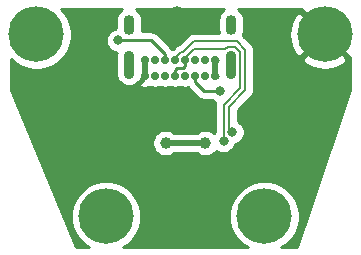
<source format=gbr>
G04 #@! TF.GenerationSoftware,KiCad,Pcbnew,(5.1.4)-1*
G04 #@! TF.CreationDate,2021-01-29T12:05:25-05:00*
G04 #@! TF.ProjectId,TKD_DBTypeC_r1,544b445f-4442-4547-9970-65435f72312e,rev?*
G04 #@! TF.SameCoordinates,Original*
G04 #@! TF.FileFunction,Copper,L2,Bot*
G04 #@! TF.FilePolarity,Positive*
%FSLAX46Y46*%
G04 Gerber Fmt 4.6, Leading zero omitted, Abs format (unit mm)*
G04 Created by KiCad (PCBNEW (5.1.4)-1) date 2021-01-29 12:05:25*
%MOMM*%
%LPD*%
G04 APERTURE LIST*
%ADD10C,4.700000*%
%ADD11O,0.900000X1.700000*%
%ADD12O,0.900000X2.400000*%
%ADD13C,0.700000*%
%ADD14C,0.800000*%
%ADD15C,1.000000*%
%ADD16C,0.200000*%
%ADD17C,0.250000*%
%ADD18C,0.500000*%
%ADD19C,0.254000*%
G04 APERTURE END LIST*
D10*
X78200000Y-57800000D03*
X73100000Y-73200000D03*
X53800000Y-57800000D03*
X59700000Y-73200000D03*
D11*
X61645480Y-56973433D03*
X70295480Y-56973433D03*
D12*
X61645480Y-60353433D03*
X70295480Y-60353433D03*
D13*
X65545480Y-59983433D03*
X62995480Y-59983433D03*
X63845480Y-59983433D03*
X64695480Y-59983433D03*
X68945480Y-59983433D03*
X67245480Y-59983433D03*
X66395480Y-59983433D03*
X68095480Y-59983433D03*
X62995480Y-61333433D03*
X63845480Y-61333433D03*
X64695480Y-61333433D03*
X65545480Y-61333433D03*
X66395480Y-61333433D03*
X67245480Y-61333433D03*
X68095480Y-61333433D03*
X68945480Y-61333433D03*
D14*
X69654248Y-66814665D03*
X70396712Y-66072201D03*
D15*
X65700000Y-57923433D03*
X65700000Y-55900000D03*
X68090000Y-67000000D03*
X64760000Y-67000000D03*
D14*
X69375480Y-62598433D03*
X60725480Y-58313433D03*
D16*
X69654248Y-63746465D02*
X71050480Y-62350233D01*
X69654248Y-66814665D02*
X69654248Y-63746465D01*
X69984816Y-58853423D02*
X69801043Y-59037196D01*
X71045490Y-59292769D02*
X70606144Y-58853423D01*
X71050480Y-60286633D02*
X71045490Y-60281643D01*
X70606144Y-58853423D02*
X69984816Y-58853423D01*
X71045490Y-60281643D02*
X71045490Y-59292769D01*
X71050480Y-62350233D02*
X71050480Y-60286633D01*
X66395480Y-59769830D02*
X66395480Y-59983433D01*
X69801043Y-59037196D02*
X67128114Y-59037196D01*
D17*
X66395480Y-60478407D02*
X66395480Y-59983433D01*
X66215453Y-60658434D02*
X66395480Y-60478407D01*
X65725505Y-60658434D02*
X66215453Y-60658434D01*
X65545480Y-60838459D02*
X65725505Y-60658434D01*
X65545480Y-61333433D02*
X65545480Y-60838459D01*
D16*
X67128114Y-59037196D02*
X66395480Y-59769830D01*
X71495481Y-59106377D02*
X70792536Y-58403432D01*
X71500480Y-60100233D02*
X71495481Y-60095234D01*
X71500480Y-62536633D02*
X71500480Y-60100233D01*
X70104248Y-63932865D02*
X71500480Y-62536633D01*
X71495481Y-60095234D02*
X71495481Y-59106377D01*
X70396712Y-66072201D02*
X70104248Y-65779737D01*
X70792536Y-58403432D02*
X67125481Y-58403432D01*
X70104248Y-65779737D02*
X70104248Y-63932865D01*
X65745479Y-59783434D02*
X65545480Y-59983433D01*
X65745479Y-59671432D02*
X65745479Y-59783434D01*
X66083479Y-59333432D02*
X65745479Y-59671432D01*
X67125481Y-58403432D02*
X66195481Y-59333432D01*
X66195481Y-59333432D02*
X66083479Y-59333432D01*
D18*
X65700000Y-57923433D02*
X65700000Y-55900000D01*
X68945480Y-59983433D02*
X68945480Y-61333433D01*
X62995480Y-59983433D02*
X62995480Y-61333433D01*
X68090000Y-67000000D02*
X64760000Y-67000000D01*
D17*
X67245480Y-61828407D02*
X67245480Y-61333433D01*
X69375480Y-62598433D02*
X68015506Y-62598433D01*
X68015506Y-62598433D02*
X67245480Y-61828407D01*
X64695480Y-59488459D02*
X64695480Y-59983433D01*
X63520454Y-58313433D02*
X64695480Y-59488459D01*
X60725480Y-58313433D02*
X63520454Y-58313433D01*
D19*
G36*
X61039771Y-55666924D02*
G01*
X60874559Y-55802511D01*
X60738972Y-55967723D01*
X60638222Y-56156213D01*
X60576180Y-56360736D01*
X60560480Y-56520139D01*
X60560480Y-57290977D01*
X60423582Y-57318207D01*
X60235224Y-57396228D01*
X60065706Y-57509496D01*
X59921543Y-57653659D01*
X59808275Y-57823177D01*
X59730254Y-58011535D01*
X59690480Y-58211494D01*
X59690480Y-58415372D01*
X59730254Y-58615331D01*
X59808275Y-58803689D01*
X59921543Y-58973207D01*
X60065706Y-59117370D01*
X60235224Y-59230638D01*
X60423582Y-59308659D01*
X60590977Y-59341956D01*
X60576180Y-59390736D01*
X60560480Y-59550139D01*
X60560480Y-61156726D01*
X60576180Y-61316129D01*
X60638221Y-61520652D01*
X60738971Y-61709143D01*
X60874558Y-61874355D01*
X61039770Y-62009942D01*
X61228260Y-62110692D01*
X61432783Y-62172733D01*
X61645480Y-62193682D01*
X61858176Y-62172733D01*
X62062699Y-62110692D01*
X62251190Y-62009942D01*
X62416402Y-61874355D01*
X62551989Y-61709143D01*
X62652739Y-61520653D01*
X62663226Y-61486082D01*
X62815875Y-61333433D01*
X62801733Y-61319291D01*
X62860480Y-61260543D01*
X62860480Y-61430447D01*
X62896581Y-61611937D01*
X62504568Y-62003950D01*
X62521264Y-62202200D01*
X62699864Y-62278022D01*
X62889824Y-62317543D01*
X63083844Y-62319246D01*
X63274469Y-62283065D01*
X63421131Y-62223818D01*
X63558166Y-62280580D01*
X63748466Y-62318433D01*
X63942494Y-62318433D01*
X64132794Y-62280580D01*
X64270480Y-62223549D01*
X64408166Y-62280580D01*
X64598466Y-62318433D01*
X64792494Y-62318433D01*
X64982794Y-62280580D01*
X65120480Y-62223549D01*
X65258166Y-62280580D01*
X65448466Y-62318433D01*
X65642494Y-62318433D01*
X65832794Y-62280580D01*
X65970480Y-62223549D01*
X66108166Y-62280580D01*
X66298466Y-62318433D01*
X66492494Y-62318433D01*
X66640333Y-62289026D01*
X66705479Y-62368408D01*
X66734482Y-62392210D01*
X67451707Y-63109435D01*
X67475505Y-63138434D01*
X67591230Y-63233407D01*
X67723259Y-63303979D01*
X67866520Y-63347436D01*
X67978173Y-63358433D01*
X67978182Y-63358433D01*
X68015505Y-63362109D01*
X68052828Y-63358433D01*
X68671769Y-63358433D01*
X68715706Y-63402370D01*
X68885224Y-63515638D01*
X68948274Y-63541754D01*
X68929883Y-63602380D01*
X68915692Y-63746465D01*
X68919249Y-63782580D01*
X68919248Y-66085954D01*
X68850311Y-66154891D01*
X68850196Y-66155064D01*
X68813520Y-66118388D01*
X68627624Y-65994176D01*
X68421067Y-65908617D01*
X68201788Y-65865000D01*
X67978212Y-65865000D01*
X67758933Y-65908617D01*
X67552376Y-65994176D01*
X67371550Y-66115000D01*
X65478450Y-66115000D01*
X65297624Y-65994176D01*
X65091067Y-65908617D01*
X64871788Y-65865000D01*
X64648212Y-65865000D01*
X64428933Y-65908617D01*
X64222376Y-65994176D01*
X64036480Y-66118388D01*
X63878388Y-66276480D01*
X63754176Y-66462376D01*
X63668617Y-66668933D01*
X63625000Y-66888212D01*
X63625000Y-67111788D01*
X63668617Y-67331067D01*
X63754176Y-67537624D01*
X63878388Y-67723520D01*
X64036480Y-67881612D01*
X64222376Y-68005824D01*
X64428933Y-68091383D01*
X64648212Y-68135000D01*
X64871788Y-68135000D01*
X65091067Y-68091383D01*
X65297624Y-68005824D01*
X65478450Y-67885000D01*
X67371550Y-67885000D01*
X67552376Y-68005824D01*
X67758933Y-68091383D01*
X67978212Y-68135000D01*
X68201788Y-68135000D01*
X68421067Y-68091383D01*
X68627624Y-68005824D01*
X68813520Y-67881612D01*
X68971612Y-67723520D01*
X69027134Y-67640425D01*
X69163992Y-67731870D01*
X69352350Y-67809891D01*
X69552309Y-67849665D01*
X69756187Y-67849665D01*
X69956146Y-67809891D01*
X70144504Y-67731870D01*
X70314022Y-67618602D01*
X70458185Y-67474439D01*
X70571453Y-67304921D01*
X70649474Y-67116563D01*
X70657626Y-67075579D01*
X70698610Y-67067427D01*
X70886968Y-66989406D01*
X71056486Y-66876138D01*
X71200649Y-66731975D01*
X71313917Y-66562457D01*
X71391938Y-66374099D01*
X71431712Y-66174140D01*
X71431712Y-65970262D01*
X71391938Y-65770303D01*
X71313917Y-65581945D01*
X71200649Y-65412427D01*
X71056486Y-65268264D01*
X70886968Y-65154996D01*
X70839248Y-65135230D01*
X70839248Y-64237311D01*
X71994677Y-63081883D01*
X72022717Y-63058871D01*
X72045730Y-63030830D01*
X72045733Y-63030827D01*
X72114566Y-62946954D01*
X72114567Y-62946953D01*
X72182817Y-62819266D01*
X72224845Y-62680718D01*
X72235480Y-62572738D01*
X72235480Y-62572729D01*
X72239035Y-62536634D01*
X72235480Y-62500539D01*
X72235480Y-60136338D01*
X72239036Y-60100233D01*
X72231088Y-60019537D01*
X72230481Y-60013372D01*
X72230481Y-59896468D01*
X76283137Y-59896468D01*
X76541298Y-60299073D01*
X77060715Y-60574651D01*
X77623913Y-60743601D01*
X78209250Y-60799430D01*
X78794233Y-60739992D01*
X79356379Y-60567571D01*
X79858702Y-60299073D01*
X80116863Y-59896468D01*
X78200000Y-57979605D01*
X76283137Y-59896468D01*
X72230481Y-59896468D01*
X72230481Y-59142471D01*
X72234036Y-59106376D01*
X72230481Y-59070281D01*
X72230481Y-59070272D01*
X72219846Y-58962292D01*
X72177818Y-58823744D01*
X72109568Y-58696057D01*
X72017719Y-58584139D01*
X71989674Y-58561123D01*
X71337794Y-57909244D01*
X71314774Y-57881194D01*
X71272770Y-57846722D01*
X71292798Y-57809250D01*
X75200570Y-57809250D01*
X75260008Y-58394233D01*
X75432429Y-58956379D01*
X75700927Y-59458702D01*
X76103532Y-59716863D01*
X78020395Y-57800000D01*
X76103532Y-55883137D01*
X75700927Y-56141298D01*
X75425349Y-56660715D01*
X75256399Y-57223913D01*
X75200570Y-57809250D01*
X71292798Y-57809250D01*
X71302739Y-57790653D01*
X71364780Y-57586130D01*
X71380480Y-57426727D01*
X71380480Y-56520140D01*
X71364780Y-56360737D01*
X71302739Y-56156213D01*
X71201989Y-55967723D01*
X71066402Y-55802511D01*
X70901190Y-55666924D01*
X70888236Y-55660000D01*
X76311051Y-55660000D01*
X76283137Y-55703532D01*
X78200000Y-57620395D01*
X78214143Y-57606253D01*
X78393748Y-57785858D01*
X78379605Y-57800000D01*
X80296468Y-59716863D01*
X80340001Y-59688949D01*
X80340001Y-62492731D01*
X75883842Y-75840000D01*
X74521820Y-75840000D01*
X75002826Y-75518601D01*
X75418601Y-75102826D01*
X75745273Y-74613928D01*
X75970288Y-74070692D01*
X76085000Y-73493997D01*
X76085000Y-72906003D01*
X75970288Y-72329308D01*
X75745273Y-71786072D01*
X75418601Y-71297174D01*
X75002826Y-70881399D01*
X74513928Y-70554727D01*
X73970692Y-70329712D01*
X73393997Y-70215000D01*
X72806003Y-70215000D01*
X72229308Y-70329712D01*
X71686072Y-70554727D01*
X71197174Y-70881399D01*
X70781399Y-71297174D01*
X70454727Y-71786072D01*
X70229712Y-72329308D01*
X70115000Y-72906003D01*
X70115000Y-73493997D01*
X70229712Y-74070692D01*
X70454727Y-74613928D01*
X70781399Y-75102826D01*
X71197174Y-75518601D01*
X71678180Y-75840000D01*
X61121820Y-75840000D01*
X61602826Y-75518601D01*
X62018601Y-75102826D01*
X62345273Y-74613928D01*
X62570288Y-74070692D01*
X62685000Y-73493997D01*
X62685000Y-72906003D01*
X62570288Y-72329308D01*
X62345273Y-71786072D01*
X62018601Y-71297174D01*
X61602826Y-70881399D01*
X61113928Y-70554727D01*
X60570692Y-70329712D01*
X59993997Y-70215000D01*
X59406003Y-70215000D01*
X58829308Y-70329712D01*
X58286072Y-70554727D01*
X57797174Y-70881399D01*
X57381399Y-71297174D01*
X57054727Y-71786072D01*
X56829712Y-72329308D01*
X56715000Y-72906003D01*
X56715000Y-73493997D01*
X56829712Y-74070692D01*
X57054727Y-74613928D01*
X57381399Y-75102826D01*
X57797174Y-75518601D01*
X58278180Y-75840000D01*
X57124980Y-75840000D01*
X51660000Y-62470320D01*
X51660000Y-59881427D01*
X51897174Y-60118601D01*
X52386072Y-60445273D01*
X52929308Y-60670288D01*
X53506003Y-60785000D01*
X54093997Y-60785000D01*
X54670692Y-60670288D01*
X55213928Y-60445273D01*
X55702826Y-60118601D01*
X56118601Y-59702826D01*
X56445273Y-59213928D01*
X56670288Y-58670692D01*
X56785000Y-58093997D01*
X56785000Y-57506003D01*
X56670288Y-56929308D01*
X56445273Y-56386072D01*
X56118601Y-55897174D01*
X55881427Y-55660000D01*
X61052725Y-55660000D01*
X61039771Y-55666924D01*
X61039771Y-55666924D01*
G37*
X61039771Y-55666924D02*
X60874559Y-55802511D01*
X60738972Y-55967723D01*
X60638222Y-56156213D01*
X60576180Y-56360736D01*
X60560480Y-56520139D01*
X60560480Y-57290977D01*
X60423582Y-57318207D01*
X60235224Y-57396228D01*
X60065706Y-57509496D01*
X59921543Y-57653659D01*
X59808275Y-57823177D01*
X59730254Y-58011535D01*
X59690480Y-58211494D01*
X59690480Y-58415372D01*
X59730254Y-58615331D01*
X59808275Y-58803689D01*
X59921543Y-58973207D01*
X60065706Y-59117370D01*
X60235224Y-59230638D01*
X60423582Y-59308659D01*
X60590977Y-59341956D01*
X60576180Y-59390736D01*
X60560480Y-59550139D01*
X60560480Y-61156726D01*
X60576180Y-61316129D01*
X60638221Y-61520652D01*
X60738971Y-61709143D01*
X60874558Y-61874355D01*
X61039770Y-62009942D01*
X61228260Y-62110692D01*
X61432783Y-62172733D01*
X61645480Y-62193682D01*
X61858176Y-62172733D01*
X62062699Y-62110692D01*
X62251190Y-62009942D01*
X62416402Y-61874355D01*
X62551989Y-61709143D01*
X62652739Y-61520653D01*
X62663226Y-61486082D01*
X62815875Y-61333433D01*
X62801733Y-61319291D01*
X62860480Y-61260543D01*
X62860480Y-61430447D01*
X62896581Y-61611937D01*
X62504568Y-62003950D01*
X62521264Y-62202200D01*
X62699864Y-62278022D01*
X62889824Y-62317543D01*
X63083844Y-62319246D01*
X63274469Y-62283065D01*
X63421131Y-62223818D01*
X63558166Y-62280580D01*
X63748466Y-62318433D01*
X63942494Y-62318433D01*
X64132794Y-62280580D01*
X64270480Y-62223549D01*
X64408166Y-62280580D01*
X64598466Y-62318433D01*
X64792494Y-62318433D01*
X64982794Y-62280580D01*
X65120480Y-62223549D01*
X65258166Y-62280580D01*
X65448466Y-62318433D01*
X65642494Y-62318433D01*
X65832794Y-62280580D01*
X65970480Y-62223549D01*
X66108166Y-62280580D01*
X66298466Y-62318433D01*
X66492494Y-62318433D01*
X66640333Y-62289026D01*
X66705479Y-62368408D01*
X66734482Y-62392210D01*
X67451707Y-63109435D01*
X67475505Y-63138434D01*
X67591230Y-63233407D01*
X67723259Y-63303979D01*
X67866520Y-63347436D01*
X67978173Y-63358433D01*
X67978182Y-63358433D01*
X68015505Y-63362109D01*
X68052828Y-63358433D01*
X68671769Y-63358433D01*
X68715706Y-63402370D01*
X68885224Y-63515638D01*
X68948274Y-63541754D01*
X68929883Y-63602380D01*
X68915692Y-63746465D01*
X68919249Y-63782580D01*
X68919248Y-66085954D01*
X68850311Y-66154891D01*
X68850196Y-66155064D01*
X68813520Y-66118388D01*
X68627624Y-65994176D01*
X68421067Y-65908617D01*
X68201788Y-65865000D01*
X67978212Y-65865000D01*
X67758933Y-65908617D01*
X67552376Y-65994176D01*
X67371550Y-66115000D01*
X65478450Y-66115000D01*
X65297624Y-65994176D01*
X65091067Y-65908617D01*
X64871788Y-65865000D01*
X64648212Y-65865000D01*
X64428933Y-65908617D01*
X64222376Y-65994176D01*
X64036480Y-66118388D01*
X63878388Y-66276480D01*
X63754176Y-66462376D01*
X63668617Y-66668933D01*
X63625000Y-66888212D01*
X63625000Y-67111788D01*
X63668617Y-67331067D01*
X63754176Y-67537624D01*
X63878388Y-67723520D01*
X64036480Y-67881612D01*
X64222376Y-68005824D01*
X64428933Y-68091383D01*
X64648212Y-68135000D01*
X64871788Y-68135000D01*
X65091067Y-68091383D01*
X65297624Y-68005824D01*
X65478450Y-67885000D01*
X67371550Y-67885000D01*
X67552376Y-68005824D01*
X67758933Y-68091383D01*
X67978212Y-68135000D01*
X68201788Y-68135000D01*
X68421067Y-68091383D01*
X68627624Y-68005824D01*
X68813520Y-67881612D01*
X68971612Y-67723520D01*
X69027134Y-67640425D01*
X69163992Y-67731870D01*
X69352350Y-67809891D01*
X69552309Y-67849665D01*
X69756187Y-67849665D01*
X69956146Y-67809891D01*
X70144504Y-67731870D01*
X70314022Y-67618602D01*
X70458185Y-67474439D01*
X70571453Y-67304921D01*
X70649474Y-67116563D01*
X70657626Y-67075579D01*
X70698610Y-67067427D01*
X70886968Y-66989406D01*
X71056486Y-66876138D01*
X71200649Y-66731975D01*
X71313917Y-66562457D01*
X71391938Y-66374099D01*
X71431712Y-66174140D01*
X71431712Y-65970262D01*
X71391938Y-65770303D01*
X71313917Y-65581945D01*
X71200649Y-65412427D01*
X71056486Y-65268264D01*
X70886968Y-65154996D01*
X70839248Y-65135230D01*
X70839248Y-64237311D01*
X71994677Y-63081883D01*
X72022717Y-63058871D01*
X72045730Y-63030830D01*
X72045733Y-63030827D01*
X72114566Y-62946954D01*
X72114567Y-62946953D01*
X72182817Y-62819266D01*
X72224845Y-62680718D01*
X72235480Y-62572738D01*
X72235480Y-62572729D01*
X72239035Y-62536634D01*
X72235480Y-62500539D01*
X72235480Y-60136338D01*
X72239036Y-60100233D01*
X72231088Y-60019537D01*
X72230481Y-60013372D01*
X72230481Y-59896468D01*
X76283137Y-59896468D01*
X76541298Y-60299073D01*
X77060715Y-60574651D01*
X77623913Y-60743601D01*
X78209250Y-60799430D01*
X78794233Y-60739992D01*
X79356379Y-60567571D01*
X79858702Y-60299073D01*
X80116863Y-59896468D01*
X78200000Y-57979605D01*
X76283137Y-59896468D01*
X72230481Y-59896468D01*
X72230481Y-59142471D01*
X72234036Y-59106376D01*
X72230481Y-59070281D01*
X72230481Y-59070272D01*
X72219846Y-58962292D01*
X72177818Y-58823744D01*
X72109568Y-58696057D01*
X72017719Y-58584139D01*
X71989674Y-58561123D01*
X71337794Y-57909244D01*
X71314774Y-57881194D01*
X71272770Y-57846722D01*
X71292798Y-57809250D01*
X75200570Y-57809250D01*
X75260008Y-58394233D01*
X75432429Y-58956379D01*
X75700927Y-59458702D01*
X76103532Y-59716863D01*
X78020395Y-57800000D01*
X76103532Y-55883137D01*
X75700927Y-56141298D01*
X75425349Y-56660715D01*
X75256399Y-57223913D01*
X75200570Y-57809250D01*
X71292798Y-57809250D01*
X71302739Y-57790653D01*
X71364780Y-57586130D01*
X71380480Y-57426727D01*
X71380480Y-56520140D01*
X71364780Y-56360737D01*
X71302739Y-56156213D01*
X71201989Y-55967723D01*
X71066402Y-55802511D01*
X70901190Y-55666924D01*
X70888236Y-55660000D01*
X76311051Y-55660000D01*
X76283137Y-55703532D01*
X78200000Y-57620395D01*
X78214143Y-57606253D01*
X78393748Y-57785858D01*
X78379605Y-57800000D01*
X80296468Y-59716863D01*
X80340001Y-59688949D01*
X80340001Y-62492731D01*
X75883842Y-75840000D01*
X74521820Y-75840000D01*
X75002826Y-75518601D01*
X75418601Y-75102826D01*
X75745273Y-74613928D01*
X75970288Y-74070692D01*
X76085000Y-73493997D01*
X76085000Y-72906003D01*
X75970288Y-72329308D01*
X75745273Y-71786072D01*
X75418601Y-71297174D01*
X75002826Y-70881399D01*
X74513928Y-70554727D01*
X73970692Y-70329712D01*
X73393997Y-70215000D01*
X72806003Y-70215000D01*
X72229308Y-70329712D01*
X71686072Y-70554727D01*
X71197174Y-70881399D01*
X70781399Y-71297174D01*
X70454727Y-71786072D01*
X70229712Y-72329308D01*
X70115000Y-72906003D01*
X70115000Y-73493997D01*
X70229712Y-74070692D01*
X70454727Y-74613928D01*
X70781399Y-75102826D01*
X71197174Y-75518601D01*
X71678180Y-75840000D01*
X61121820Y-75840000D01*
X61602826Y-75518601D01*
X62018601Y-75102826D01*
X62345273Y-74613928D01*
X62570288Y-74070692D01*
X62685000Y-73493997D01*
X62685000Y-72906003D01*
X62570288Y-72329308D01*
X62345273Y-71786072D01*
X62018601Y-71297174D01*
X61602826Y-70881399D01*
X61113928Y-70554727D01*
X60570692Y-70329712D01*
X59993997Y-70215000D01*
X59406003Y-70215000D01*
X58829308Y-70329712D01*
X58286072Y-70554727D01*
X57797174Y-70881399D01*
X57381399Y-71297174D01*
X57054727Y-71786072D01*
X56829712Y-72329308D01*
X56715000Y-72906003D01*
X56715000Y-73493997D01*
X56829712Y-74070692D01*
X57054727Y-74613928D01*
X57381399Y-75102826D01*
X57797174Y-75518601D01*
X58278180Y-75840000D01*
X57124980Y-75840000D01*
X51660000Y-62470320D01*
X51660000Y-59881427D01*
X51897174Y-60118601D01*
X52386072Y-60445273D01*
X52929308Y-60670288D01*
X53506003Y-60785000D01*
X54093997Y-60785000D01*
X54670692Y-60670288D01*
X55213928Y-60445273D01*
X55702826Y-60118601D01*
X56118601Y-59702826D01*
X56445273Y-59213928D01*
X56670288Y-58670692D01*
X56785000Y-58093997D01*
X56785000Y-57506003D01*
X56670288Y-56929308D01*
X56445273Y-56386072D01*
X56118601Y-55897174D01*
X55881427Y-55660000D01*
X61052725Y-55660000D01*
X61039771Y-55666924D01*
G36*
X69139228Y-61319291D02*
G01*
X69125085Y-61333433D01*
X69139228Y-61347576D01*
X69080480Y-61406323D01*
X69080480Y-61260543D01*
X69139228Y-61319291D01*
X69139228Y-61319291D01*
G37*
X69139228Y-61319291D02*
X69125085Y-61333433D01*
X69139228Y-61347576D01*
X69080480Y-61406323D01*
X69080480Y-61260543D01*
X69139228Y-61319291D01*
G36*
X69139228Y-59969291D02*
G01*
X69125085Y-59983433D01*
X69139228Y-59997576D01*
X69080480Y-60056323D01*
X69080480Y-59910543D01*
X69139228Y-59969291D01*
X69139228Y-59969291D01*
G37*
X69139228Y-59969291D02*
X69125085Y-59983433D01*
X69139228Y-59997576D01*
X69080480Y-60056323D01*
X69080480Y-59910543D01*
X69139228Y-59969291D01*
G36*
X62860480Y-60056323D02*
G01*
X62801733Y-59997576D01*
X62815875Y-59983433D01*
X62801733Y-59969291D01*
X62860480Y-59910543D01*
X62860480Y-60056323D01*
X62860480Y-60056323D01*
G37*
X62860480Y-60056323D02*
X62801733Y-59997576D01*
X62815875Y-59983433D01*
X62801733Y-59969291D01*
X62860480Y-59910543D01*
X62860480Y-60056323D01*
G36*
X69689771Y-55666924D02*
G01*
X69524559Y-55802511D01*
X69388972Y-55967723D01*
X69288222Y-56156213D01*
X69226180Y-56360736D01*
X69210480Y-56520139D01*
X69210480Y-57426726D01*
X69226180Y-57586129D01*
X69251146Y-57668432D01*
X67161586Y-57668432D01*
X67125481Y-57664876D01*
X66981396Y-57679067D01*
X66842847Y-57721095D01*
X66789455Y-57749634D01*
X66715161Y-57789345D01*
X66603243Y-57881194D01*
X66580227Y-57909239D01*
X65854712Y-58634755D01*
X65800846Y-58651095D01*
X65673159Y-58719345D01*
X65561241Y-58811194D01*
X65538220Y-58839245D01*
X65361791Y-59015674D01*
X65300628Y-59027840D01*
X65235481Y-58948458D01*
X65206484Y-58924661D01*
X64084258Y-57802436D01*
X64060455Y-57773432D01*
X63944730Y-57678459D01*
X63812701Y-57607887D01*
X63669440Y-57564430D01*
X63557787Y-57553433D01*
X63557776Y-57553433D01*
X63520454Y-57549757D01*
X63483132Y-57553433D01*
X62718000Y-57553433D01*
X62730480Y-57426727D01*
X62730480Y-56520140D01*
X62714780Y-56360737D01*
X62652739Y-56156213D01*
X62551989Y-55967723D01*
X62416402Y-55802511D01*
X62251190Y-55666924D01*
X62238236Y-55660000D01*
X69702725Y-55660000D01*
X69689771Y-55666924D01*
X69689771Y-55666924D01*
G37*
X69689771Y-55666924D02*
X69524559Y-55802511D01*
X69388972Y-55967723D01*
X69288222Y-56156213D01*
X69226180Y-56360736D01*
X69210480Y-56520139D01*
X69210480Y-57426726D01*
X69226180Y-57586129D01*
X69251146Y-57668432D01*
X67161586Y-57668432D01*
X67125481Y-57664876D01*
X66981396Y-57679067D01*
X66842847Y-57721095D01*
X66789455Y-57749634D01*
X66715161Y-57789345D01*
X66603243Y-57881194D01*
X66580227Y-57909239D01*
X65854712Y-58634755D01*
X65800846Y-58651095D01*
X65673159Y-58719345D01*
X65561241Y-58811194D01*
X65538220Y-58839245D01*
X65361791Y-59015674D01*
X65300628Y-59027840D01*
X65235481Y-58948458D01*
X65206484Y-58924661D01*
X64084258Y-57802436D01*
X64060455Y-57773432D01*
X63944730Y-57678459D01*
X63812701Y-57607887D01*
X63669440Y-57564430D01*
X63557787Y-57553433D01*
X63557776Y-57553433D01*
X63520454Y-57549757D01*
X63483132Y-57553433D01*
X62718000Y-57553433D01*
X62730480Y-57426727D01*
X62730480Y-56520140D01*
X62714780Y-56360737D01*
X62652739Y-56156213D01*
X62551989Y-55967723D01*
X62416402Y-55802511D01*
X62251190Y-55666924D01*
X62238236Y-55660000D01*
X69702725Y-55660000D01*
X69689771Y-55666924D01*
M02*

</source>
